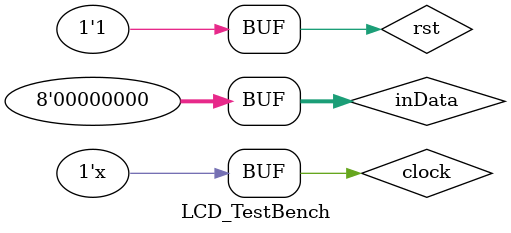
<source format=v>
module LCD_TestBench;
  //dataIn, dataOut, clk, en, RW, RS, rst, BLON, led
  reg[7:0]  inData;
  wire[7:0] outData;
  wire en, RW, RS, BackL;
  wire[7:0] gLed;
  reg rst, clock;
  
  initial begin
    #15 inData <= 8'd0;
    #15 rst <= 1;
    //#20 rst <= 0;
    #10 clock <= 0;
  end
  
  always begin
    #5 clock = !clock;
  end
  
  LCD_Driver U0( .dataIn(inData), .dataOut(outData), .en(en), .RW(RW), .RS(RS), .rst(rst), .clk(clock), .BLON(BackL), .LEDs(gLed) );
  
endmodule
</source>
